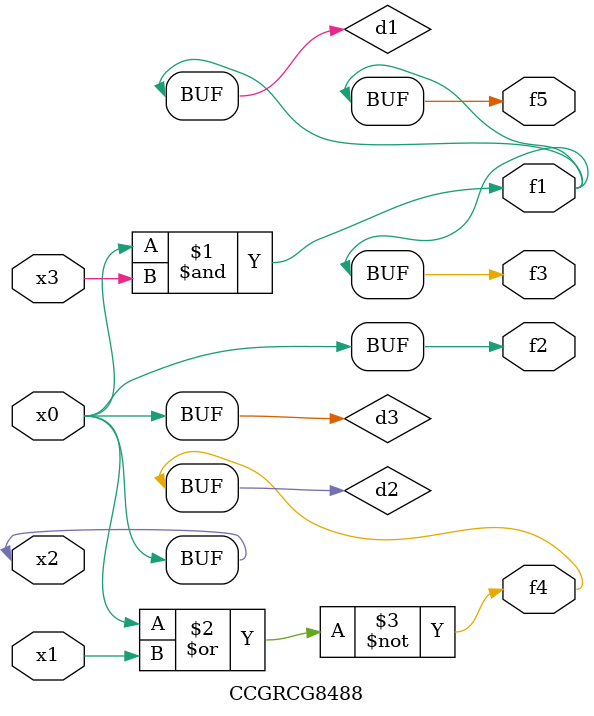
<source format=v>
module CCGRCG8488(
	input x0, x1, x2, x3,
	output f1, f2, f3, f4, f5
);

	wire d1, d2, d3;

	and (d1, x2, x3);
	nor (d2, x0, x1);
	buf (d3, x0, x2);
	assign f1 = d1;
	assign f2 = d3;
	assign f3 = d1;
	assign f4 = d2;
	assign f5 = d1;
endmodule

</source>
